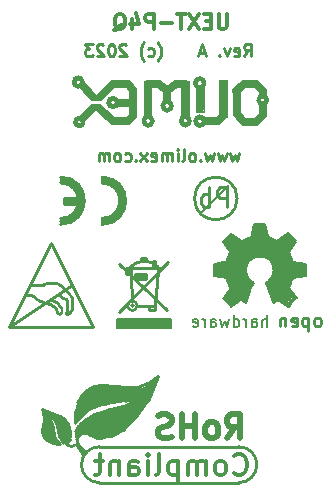
<source format=gbr>
G04 #@! TF.GenerationSoftware,KiCad,Pcbnew,5.1.0-rc2-unknown-036be7d~80~ubuntu16.04.1*
G04 #@! TF.CreationDate,2023-05-22T15:02:47+03:00*
G04 #@! TF.ProjectId,UEXT-P4Q_Rev_A,55455854-2d50-4345-915f-5265765f412e,A*
G04 #@! TF.SameCoordinates,Original*
G04 #@! TF.FileFunction,Legend,Bot*
G04 #@! TF.FilePolarity,Positive*
%FSLAX46Y46*%
G04 Gerber Fmt 4.6, Leading zero omitted, Abs format (unit mm)*
G04 Created by KiCad (PCBNEW 5.1.0-rc2-unknown-036be7d~80~ubuntu16.04.1) date 2023-05-22 15:02:47*
%MOMM*%
%LPD*%
G04 APERTURE LIST*
%ADD10C,0.317500*%
%ADD11C,0.254000*%
%ADD12C,0.300000*%
%ADD13C,0.508000*%
%ADD14C,1.000000*%
%ADD15C,0.150000*%
%ADD16C,0.370000*%
%ADD17C,0.380000*%
%ADD18C,0.400000*%
%ADD19C,0.420000*%
%ADD20C,0.100000*%
%ADD21C,0.700000*%
%ADD22C,0.500000*%
%ADD23C,0.127000*%
%ADD24C,0.200000*%
%ADD25C,0.350000*%
%ADD26C,0.180000*%
G04 APERTURE END LIST*
D10*
X91966142Y-127574523D02*
X91966142Y-128602619D01*
X91905666Y-128723571D01*
X91845190Y-128784047D01*
X91724238Y-128844523D01*
X91482333Y-128844523D01*
X91361380Y-128784047D01*
X91300904Y-128723571D01*
X91240428Y-128602619D01*
X91240428Y-127574523D01*
X90635666Y-128179285D02*
X90212333Y-128179285D01*
X90030904Y-128844523D02*
X90635666Y-128844523D01*
X90635666Y-127574523D01*
X90030904Y-127574523D01*
X89607571Y-127574523D02*
X88760904Y-128844523D01*
X88760904Y-127574523D02*
X89607571Y-128844523D01*
X88458523Y-127574523D02*
X87732809Y-127574523D01*
X88095666Y-128844523D02*
X88095666Y-127574523D01*
X87309476Y-128360714D02*
X86341857Y-128360714D01*
X85737095Y-128844523D02*
X85737095Y-127574523D01*
X85253285Y-127574523D01*
X85132333Y-127635000D01*
X85071857Y-127695476D01*
X85011380Y-127816428D01*
X85011380Y-127997857D01*
X85071857Y-128118809D01*
X85132333Y-128179285D01*
X85253285Y-128239761D01*
X85737095Y-128239761D01*
X83922809Y-127997857D02*
X83922809Y-128844523D01*
X84225190Y-127514047D02*
X84527571Y-128421190D01*
X83741380Y-128421190D01*
X82410904Y-128965476D02*
X82531857Y-128905000D01*
X82652809Y-128784047D01*
X82834238Y-128602619D01*
X82955190Y-128542142D01*
X83076142Y-128542142D01*
X83015666Y-128844523D02*
X83136619Y-128784047D01*
X83257571Y-128663095D01*
X83318047Y-128421190D01*
X83318047Y-127997857D01*
X83257571Y-127755952D01*
X83136619Y-127635000D01*
X83015666Y-127574523D01*
X82773761Y-127574523D01*
X82652809Y-127635000D01*
X82531857Y-127755952D01*
X82471380Y-127997857D01*
X82471380Y-128421190D01*
X82531857Y-128663095D01*
X82652809Y-128784047D01*
X82773761Y-128844523D01*
X83015666Y-128844523D01*
D11*
X92994238Y-139355285D02*
X92800714Y-140032619D01*
X92607190Y-139548809D01*
X92413666Y-140032619D01*
X92220142Y-139355285D01*
X91929857Y-139355285D02*
X91736333Y-140032619D01*
X91542809Y-139548809D01*
X91349285Y-140032619D01*
X91155761Y-139355285D01*
X90865476Y-139355285D02*
X90671952Y-140032619D01*
X90478428Y-139548809D01*
X90284904Y-140032619D01*
X90091380Y-139355285D01*
X89704333Y-139935857D02*
X89655952Y-139984238D01*
X89704333Y-140032619D01*
X89752714Y-139984238D01*
X89704333Y-139935857D01*
X89704333Y-140032619D01*
X89075380Y-140032619D02*
X89172142Y-139984238D01*
X89220523Y-139935857D01*
X89268904Y-139839095D01*
X89268904Y-139548809D01*
X89220523Y-139452047D01*
X89172142Y-139403666D01*
X89075380Y-139355285D01*
X88930238Y-139355285D01*
X88833476Y-139403666D01*
X88785095Y-139452047D01*
X88736714Y-139548809D01*
X88736714Y-139839095D01*
X88785095Y-139935857D01*
X88833476Y-139984238D01*
X88930238Y-140032619D01*
X89075380Y-140032619D01*
X88156142Y-140032619D02*
X88252904Y-139984238D01*
X88301285Y-139887476D01*
X88301285Y-139016619D01*
X87769095Y-140032619D02*
X87769095Y-139355285D01*
X87769095Y-139016619D02*
X87817476Y-139065000D01*
X87769095Y-139113380D01*
X87720714Y-139065000D01*
X87769095Y-139016619D01*
X87769095Y-139113380D01*
X87285285Y-140032619D02*
X87285285Y-139355285D01*
X87285285Y-139452047D02*
X87236904Y-139403666D01*
X87140142Y-139355285D01*
X86995000Y-139355285D01*
X86898238Y-139403666D01*
X86849857Y-139500428D01*
X86849857Y-140032619D01*
X86849857Y-139500428D02*
X86801476Y-139403666D01*
X86704714Y-139355285D01*
X86559571Y-139355285D01*
X86462809Y-139403666D01*
X86414428Y-139500428D01*
X86414428Y-140032619D01*
X85543571Y-139984238D02*
X85640333Y-140032619D01*
X85833857Y-140032619D01*
X85930619Y-139984238D01*
X85979000Y-139887476D01*
X85979000Y-139500428D01*
X85930619Y-139403666D01*
X85833857Y-139355285D01*
X85640333Y-139355285D01*
X85543571Y-139403666D01*
X85495190Y-139500428D01*
X85495190Y-139597190D01*
X85979000Y-139693952D01*
X85156523Y-140032619D02*
X84624333Y-139355285D01*
X85156523Y-139355285D02*
X84624333Y-140032619D01*
X84237285Y-139935857D02*
X84188904Y-139984238D01*
X84237285Y-140032619D01*
X84285666Y-139984238D01*
X84237285Y-139935857D01*
X84237285Y-140032619D01*
X83318047Y-139984238D02*
X83414809Y-140032619D01*
X83608333Y-140032619D01*
X83705095Y-139984238D01*
X83753476Y-139935857D01*
X83801857Y-139839095D01*
X83801857Y-139548809D01*
X83753476Y-139452047D01*
X83705095Y-139403666D01*
X83608333Y-139355285D01*
X83414809Y-139355285D01*
X83318047Y-139403666D01*
X82737476Y-140032619D02*
X82834238Y-139984238D01*
X82882619Y-139935857D01*
X82931000Y-139839095D01*
X82931000Y-139548809D01*
X82882619Y-139452047D01*
X82834238Y-139403666D01*
X82737476Y-139355285D01*
X82592333Y-139355285D01*
X82495571Y-139403666D01*
X82447190Y-139452047D01*
X82398809Y-139548809D01*
X82398809Y-139839095D01*
X82447190Y-139935857D01*
X82495571Y-139984238D01*
X82592333Y-140032619D01*
X82737476Y-140032619D01*
X81963380Y-140032619D02*
X81963380Y-139355285D01*
X81963380Y-139452047D02*
X81915000Y-139403666D01*
X81818238Y-139355285D01*
X81673095Y-139355285D01*
X81576333Y-139403666D01*
X81527952Y-139500428D01*
X81527952Y-140032619D01*
X81527952Y-139500428D02*
X81479571Y-139403666D01*
X81382809Y-139355285D01*
X81237666Y-139355285D01*
X81140904Y-139403666D01*
X81092523Y-139500428D01*
X81092523Y-140032619D01*
X86087857Y-131529666D02*
X86136238Y-131481285D01*
X86233000Y-131336142D01*
X86281380Y-131239380D01*
X86329761Y-131094238D01*
X86378142Y-130852333D01*
X86378142Y-130658809D01*
X86329761Y-130416904D01*
X86281380Y-130271761D01*
X86233000Y-130175000D01*
X86136238Y-130029857D01*
X86087857Y-129981476D01*
X85265380Y-131094238D02*
X85362142Y-131142619D01*
X85555666Y-131142619D01*
X85652428Y-131094238D01*
X85700809Y-131045857D01*
X85749190Y-130949095D01*
X85749190Y-130658809D01*
X85700809Y-130562047D01*
X85652428Y-130513666D01*
X85555666Y-130465285D01*
X85362142Y-130465285D01*
X85265380Y-130513666D01*
X84926714Y-131529666D02*
X84878333Y-131481285D01*
X84781571Y-131336142D01*
X84733190Y-131239380D01*
X84684809Y-131094238D01*
X84636428Y-130852333D01*
X84636428Y-130658809D01*
X84684809Y-130416904D01*
X84733190Y-130271761D01*
X84781571Y-130175000D01*
X84878333Y-130029857D01*
X84926714Y-129981476D01*
X83426904Y-130223380D02*
X83378523Y-130175000D01*
X83281761Y-130126619D01*
X83039857Y-130126619D01*
X82943095Y-130175000D01*
X82894714Y-130223380D01*
X82846333Y-130320142D01*
X82846333Y-130416904D01*
X82894714Y-130562047D01*
X83475285Y-131142619D01*
X82846333Y-131142619D01*
X82217380Y-130126619D02*
X82120619Y-130126619D01*
X82023857Y-130175000D01*
X81975476Y-130223380D01*
X81927095Y-130320142D01*
X81878714Y-130513666D01*
X81878714Y-130755571D01*
X81927095Y-130949095D01*
X81975476Y-131045857D01*
X82023857Y-131094238D01*
X82120619Y-131142619D01*
X82217380Y-131142619D01*
X82314142Y-131094238D01*
X82362523Y-131045857D01*
X82410904Y-130949095D01*
X82459285Y-130755571D01*
X82459285Y-130513666D01*
X82410904Y-130320142D01*
X82362523Y-130223380D01*
X82314142Y-130175000D01*
X82217380Y-130126619D01*
X81491666Y-130223380D02*
X81443285Y-130175000D01*
X81346523Y-130126619D01*
X81104619Y-130126619D01*
X81007857Y-130175000D01*
X80959476Y-130223380D01*
X80911095Y-130320142D01*
X80911095Y-130416904D01*
X80959476Y-130562047D01*
X81540047Y-131142619D01*
X80911095Y-131142619D01*
X80572428Y-130126619D02*
X79943476Y-130126619D01*
X80282142Y-130513666D01*
X80137000Y-130513666D01*
X80040238Y-130562047D01*
X79991857Y-130610428D01*
X79943476Y-130707190D01*
X79943476Y-130949095D01*
X79991857Y-131045857D01*
X80040238Y-131094238D01*
X80137000Y-131142619D01*
X80427285Y-131142619D01*
X80524047Y-131094238D01*
X80572428Y-131045857D01*
X93393380Y-131142619D02*
X93732047Y-130658809D01*
X93973952Y-131142619D02*
X93973952Y-130126619D01*
X93586904Y-130126619D01*
X93490142Y-130175000D01*
X93441761Y-130223380D01*
X93393380Y-130320142D01*
X93393380Y-130465285D01*
X93441761Y-130562047D01*
X93490142Y-130610428D01*
X93586904Y-130658809D01*
X93973952Y-130658809D01*
X92570904Y-131094238D02*
X92667666Y-131142619D01*
X92861190Y-131142619D01*
X92957952Y-131094238D01*
X93006333Y-130997476D01*
X93006333Y-130610428D01*
X92957952Y-130513666D01*
X92861190Y-130465285D01*
X92667666Y-130465285D01*
X92570904Y-130513666D01*
X92522523Y-130610428D01*
X92522523Y-130707190D01*
X93006333Y-130803952D01*
X92183857Y-130465285D02*
X91941952Y-131142619D01*
X91700047Y-130465285D01*
X91313000Y-131045857D02*
X91264619Y-131094238D01*
X91313000Y-131142619D01*
X91361380Y-131094238D01*
X91313000Y-131045857D01*
X91313000Y-131142619D01*
X90103476Y-130852333D02*
X89619666Y-130852333D01*
X90200238Y-131142619D02*
X89861571Y-130126619D01*
X89522904Y-131142619D01*
X77879000Y-145383000D02*
G75*
G03X77879000Y-141383000I0J2000000D01*
G01*
D12*
X77928980Y-145133000D02*
G75*
G03X77929000Y-141633000I-49980J1750000D01*
G01*
D11*
X77879000Y-144883000D02*
G75*
G03X77879000Y-141883000I0J1500000D01*
G01*
D12*
X81428980Y-145133000D02*
G75*
G03X81429000Y-141633000I-49980J1750000D01*
G01*
D11*
X81379000Y-145383000D02*
G75*
G03X81379000Y-141383000I0J2000000D01*
G01*
X81379000Y-144883000D02*
G75*
G03X81379000Y-141883000I0J1500000D01*
G01*
X81379000Y-141383000D02*
X81379000Y-141883000D01*
X81379000Y-144883000D02*
X81379000Y-145383000D01*
X77879000Y-144883000D02*
X77879000Y-145383000D01*
X77879000Y-141383000D02*
X77879000Y-141883000D01*
X79379000Y-143133000D02*
X78129000Y-143133000D01*
X78129000Y-143133000D02*
X78129000Y-143633000D01*
X78129000Y-143633000D02*
X79379000Y-143633000D01*
X78129000Y-143383000D02*
X79379000Y-143383000D01*
X78612556Y-163219371D02*
G75*
G02X78359000Y-163830000I-865696J1511D01*
G01*
X77166020Y-161724180D02*
G75*
G02X77673200Y-162755580I-991420J-1127920D01*
G01*
X78083340Y-163860046D02*
G75*
G02X77673200Y-162763200I1118940J1043506D01*
G01*
X78360788Y-163958791D02*
G75*
G02X78056740Y-163832540I752J431051D01*
G01*
X77794340Y-163952613D02*
G75*
G02X77292200Y-163156900I709440J1003993D01*
G01*
X76912795Y-161818066D02*
G75*
G02X77266800Y-162808920I-1408755J-1061974D01*
G01*
X77445927Y-163958303D02*
G75*
G02X77246480Y-163934140I-1327J824263D01*
G01*
X77244497Y-163933453D02*
G75*
G02X76664820Y-163659820I205183J1185493D01*
G01*
X76640946Y-163637974D02*
G75*
G02X76327000Y-162880040I757934J757934D01*
G01*
X76327283Y-162880487D02*
G75*
G02X76398120Y-162511740I992857J447D01*
G01*
X76462148Y-161577136D02*
G75*
G02X76398120Y-162511740I-1478808J-368184D01*
G01*
X77764000Y-161598511D02*
G75*
G02X78486000Y-162242500I-601340J-1400909D01*
G01*
X78539794Y-162338321D02*
G75*
G02X78740000Y-163093400I-1323794J-755079D01*
G01*
X78741874Y-163093901D02*
G75*
G02X78656180Y-163537900I-1195674J501D01*
G01*
X78785720Y-164212612D02*
G75*
G02X78493620Y-164091620I0J413092D01*
G01*
X79143134Y-164062954D02*
G75*
G02X78785720Y-164211000I-357414J357414D01*
G01*
X79516258Y-164228710D02*
G75*
G02X79248000Y-163576000I653762J650170D01*
G01*
X79753978Y-164846280D02*
G75*
G02X79248000Y-163621720I1228842J1224560D01*
G01*
X83318379Y-160307186D02*
G75*
G02X81975960Y-160522920I-1812319J6992786D01*
G01*
X80194130Y-161096934D02*
G75*
G02X81457800Y-160596580I2134890J-3545866D01*
G01*
X79127641Y-162174765D02*
G75*
G02X80182720Y-161104580I3831299J-2722035D01*
G01*
X79247155Y-163449069D02*
G75*
G02X79367380Y-162511740I762845J378529D01*
G01*
X79538473Y-162323156D02*
G75*
G02X82092800Y-161053780I3654147J-4148444D01*
G01*
X84429541Y-160242778D02*
G75*
G02X82402680Y-160992820I-2631381J3997218D01*
G01*
X79695549Y-164534559D02*
G75*
G02X79248000Y-163449000I1086611J1083019D01*
G01*
X79121760Y-161797243D02*
G75*
G02X79181960Y-161119820I3049780J70363D01*
G01*
X79328736Y-160516585D02*
G75*
G02X81379060Y-159004000I2144304J-760715D01*
G01*
X85242952Y-158859522D02*
G75*
G02X83527900Y-159199580I-1268012J1900222D01*
G01*
X83216933Y-162783013D02*
G75*
G02X81351120Y-163449000I-1738813J1924813D01*
G01*
X85237464Y-160363447D02*
G75*
G02X83256120Y-162745420I-8344044J4925607D01*
G01*
X79524860Y-163172140D02*
G75*
G02X80243680Y-163174680I358140J-360680D01*
G01*
X80835500Y-163451066D02*
G75*
G02X80297020Y-163228020I0J761526D01*
G01*
X81153000Y-167259000D02*
G75*
G02X79629000Y-165735000I0J1524000D01*
G01*
X94488000Y-165735000D02*
G75*
G02X92964000Y-167259000I-1524000J0D01*
G01*
X92964000Y-164211000D02*
G75*
G02X94488000Y-165735000I0J-1524000D01*
G01*
X79629000Y-165735000D02*
G75*
G02X81153000Y-164211000I1524000J0D01*
G01*
X81153000Y-164211000D02*
X92964000Y-164211000D01*
X92964000Y-167259000D02*
X81153000Y-167259000D01*
X80297020Y-163228020D02*
X80243680Y-163174680D01*
X79524860Y-163174680D02*
X79248000Y-163449000D01*
X86106000Y-158242000D02*
X85239860Y-160357820D01*
X83256120Y-162745420D02*
X83220560Y-162780980D01*
X81351120Y-163449000D02*
X80835500Y-163449000D01*
X86106000Y-158242000D02*
X85244940Y-158861760D01*
X83527900Y-159199580D02*
X81379060Y-159004000D01*
X79329280Y-160520380D02*
X79181960Y-161119820D01*
X79123540Y-161798000D02*
X79123540Y-162179000D01*
X79225140Y-163403280D02*
X79248000Y-163449000D01*
X79883000Y-164719000D02*
X79697580Y-164533580D01*
X84711540Y-159893000D02*
X84429600Y-160240980D01*
X82402680Y-160992820D02*
X82092800Y-161053780D01*
X79537560Y-162323780D02*
X79367380Y-162511740D01*
X79123540Y-162179000D02*
X79126080Y-162176460D01*
X80182720Y-161104580D02*
X80190340Y-161099500D01*
X81457800Y-160596580D02*
X81975960Y-160522920D01*
X83324700Y-160307020D02*
X84711540Y-159893000D01*
X79883000Y-164846000D02*
X79375000Y-164084000D01*
X79248000Y-163621720D02*
X79248000Y-163576000D01*
X80010000Y-164719000D02*
X79519780Y-164228780D01*
X79248000Y-163957000D02*
X79143860Y-164063680D01*
X78493620Y-164091620D02*
X78359000Y-163957000D01*
X78359000Y-163957000D02*
X78656180Y-163537900D01*
X78539340Y-162336480D02*
X78486000Y-162242500D01*
X77764640Y-161597340D02*
X77343000Y-161417000D01*
X77343000Y-161417000D02*
X76327000Y-161036000D01*
X76327000Y-161036000D02*
X76461620Y-161574480D01*
X76641960Y-163636960D02*
X76664820Y-163659820D01*
X77444600Y-163957000D02*
X77800200Y-163957000D01*
X78346300Y-163957000D02*
X78359000Y-163957000D01*
X77266800Y-162765740D02*
X77292200Y-163156900D01*
X85725000Y-158750000D02*
X84711540Y-159387540D01*
D13*
X84711540Y-159387540D02*
X83566000Y-159387540D01*
X83566000Y-159387540D02*
X82550000Y-159258000D01*
X82550000Y-159258000D02*
X80899000Y-159258000D01*
X80899000Y-159258000D02*
X80264000Y-159639000D01*
X80264000Y-159639000D02*
X79756000Y-160147000D01*
X79756000Y-160147000D02*
X79502000Y-160655000D01*
X79502000Y-160655000D02*
X79375000Y-161671000D01*
X79375000Y-161671000D02*
X79883000Y-161036000D01*
X79883000Y-161036000D02*
X80518000Y-160655000D01*
X80518000Y-160655000D02*
X80264000Y-160147000D01*
X80264000Y-160147000D02*
X79883000Y-160655000D01*
X80645000Y-160655000D02*
X81280000Y-160274000D01*
X81280000Y-160274000D02*
X81788000Y-160274000D01*
X81788000Y-160274000D02*
X81915000Y-160274000D01*
X81915000Y-160274000D02*
X83058000Y-160147000D01*
X83058000Y-160147000D02*
X84328000Y-159766000D01*
X84328000Y-159766000D02*
X84836000Y-159639000D01*
X84836000Y-159639000D02*
X80264000Y-159639000D01*
X80264000Y-159639000D02*
X80264000Y-159893000D01*
X80264000Y-160147000D02*
X80264000Y-159893000D01*
X80264000Y-159893000D02*
X85217000Y-159816800D01*
X80137000Y-160274000D02*
X81788000Y-160274000D01*
X85725000Y-158750000D02*
X85217000Y-159639000D01*
X85217000Y-159639000D02*
X85090000Y-160147000D01*
X85090000Y-160147000D02*
X84711540Y-160655000D01*
X84711540Y-160655000D02*
X84711540Y-160274000D01*
X84711540Y-160274000D02*
X85090000Y-159387540D01*
X84582000Y-160782000D02*
X84201000Y-161290000D01*
X84201000Y-161290000D02*
X83947000Y-161671000D01*
X83947000Y-161671000D02*
X83058000Y-162560000D01*
X83058000Y-162560000D02*
X82550000Y-162941000D01*
X82550000Y-162941000D02*
X81661000Y-163195000D01*
X81661000Y-163195000D02*
X80772000Y-163195000D01*
X80772000Y-163195000D02*
X80010000Y-162687000D01*
X80010000Y-162687000D02*
X79629000Y-162814000D01*
X79629000Y-162814000D02*
X79375000Y-163068000D01*
X79375000Y-163068000D02*
X79629000Y-162560000D01*
X79629000Y-162560000D02*
X80137000Y-162052000D01*
X80137000Y-162052000D02*
X80822800Y-161645600D01*
X80822800Y-161645600D02*
X82219800Y-161163000D01*
X82219800Y-161163000D02*
X82829400Y-161163000D01*
X82829400Y-161163000D02*
X83566000Y-160909000D01*
X83566000Y-160909000D02*
X84328000Y-160528000D01*
X84201000Y-160909000D02*
X83439000Y-161544000D01*
X83439000Y-161544000D02*
X83312000Y-161417000D01*
X83312000Y-161417000D02*
X83185000Y-161417000D01*
X83185000Y-161417000D02*
X82042000Y-161544000D01*
X82042000Y-161544000D02*
X81026000Y-161798000D01*
X81026000Y-161798000D02*
X80391000Y-162306000D01*
X80391000Y-162306000D02*
X80264000Y-162433000D01*
X80264000Y-162433000D02*
X80391000Y-162687000D01*
X80391000Y-162687000D02*
X80645000Y-162687000D01*
X80645000Y-162687000D02*
X81026000Y-162814000D01*
X81026000Y-162814000D02*
X81661000Y-162814000D01*
X81661000Y-162814000D02*
X82042000Y-162687000D01*
X82042000Y-162687000D02*
X82550000Y-162560000D01*
X82550000Y-162560000D02*
X83185000Y-162052000D01*
X83185000Y-162052000D02*
X83312000Y-161925000D01*
X83312000Y-161925000D02*
X83185000Y-161798000D01*
X83185000Y-161798000D02*
X82677000Y-161798000D01*
X82677000Y-161798000D02*
X81661000Y-162052000D01*
X81661000Y-162052000D02*
X81407000Y-162052000D01*
X81407000Y-162052000D02*
X80899000Y-162306000D01*
X80899000Y-162306000D02*
X80899000Y-162433000D01*
X80899000Y-162433000D02*
X81026000Y-162560000D01*
X81026000Y-162560000D02*
X81407000Y-162433000D01*
X81407000Y-162433000D02*
X82677000Y-162179000D01*
D11*
X78056740Y-163832540D02*
X78084680Y-163860480D01*
X77673200Y-162763200D02*
X77673200Y-162755580D01*
X78613000Y-163217860D02*
X78613000Y-163195000D01*
X78613000Y-163195000D02*
X78613000Y-162941000D01*
X78613000Y-162941000D02*
X78486000Y-162941000D01*
X78486000Y-162941000D02*
X78359000Y-162941000D01*
X78359000Y-162941000D02*
X78359000Y-163576000D01*
X78486000Y-162941000D02*
X78486000Y-163068000D01*
X78486000Y-163068000D02*
X78486000Y-163449000D01*
X78486000Y-163449000D02*
X78486000Y-163576000D01*
X78486000Y-163576000D02*
X78486000Y-163703000D01*
X78359000Y-162941000D02*
X77978000Y-162941000D01*
X77978000Y-162941000D02*
X77724000Y-162941000D01*
X77724000Y-162941000D02*
X78232000Y-163830000D01*
X77978000Y-162941000D02*
X77978000Y-163449000D01*
X78486000Y-163068000D02*
X77851000Y-163068000D01*
X78613000Y-163195000D02*
X77851000Y-163195000D01*
X78613000Y-163322000D02*
X77851000Y-163322000D01*
X78486000Y-163449000D02*
X77851000Y-163449000D01*
X78486000Y-163576000D02*
X77978000Y-163576000D01*
X77724000Y-162814000D02*
X78613000Y-162814000D01*
X77724000Y-162687000D02*
X78613000Y-162687000D01*
X77724000Y-162560000D02*
X78486000Y-162560000D01*
X77724000Y-162433000D02*
X78486000Y-162433000D01*
X77597000Y-162306000D02*
X78486000Y-162306000D01*
X77597000Y-162179000D02*
X78359000Y-162179000D01*
X77470000Y-162052000D02*
X78232000Y-162052000D01*
X77470000Y-161925000D02*
X78105000Y-161925000D01*
X77343000Y-161798000D02*
X77851000Y-161798000D01*
X76581000Y-161671000D02*
X76708000Y-161671000D01*
X76708000Y-161671000D02*
X76835000Y-161671000D01*
X76835000Y-161671000D02*
X77724000Y-161671000D01*
X77343000Y-161544000D02*
X76581000Y-161544000D01*
X77089000Y-161417000D02*
X76454000Y-161417000D01*
X76962000Y-161290000D02*
X76454000Y-161290000D01*
X76835000Y-161671000D02*
X76835000Y-162179000D01*
X76708000Y-161671000D02*
X76708000Y-162179000D01*
X77089000Y-162179000D02*
X76581000Y-162179000D01*
X77089000Y-162306000D02*
X76581000Y-162306000D01*
X77216000Y-162433000D02*
X76581000Y-162433000D01*
X77216000Y-162560000D02*
X76454000Y-162560000D01*
X77216000Y-162687000D02*
X76454000Y-162687000D01*
X77216000Y-162814000D02*
X76454000Y-162814000D01*
X77216000Y-162941000D02*
X76454000Y-162941000D01*
X77216000Y-163068000D02*
X76454000Y-163068000D01*
X77216000Y-163195000D02*
X76454000Y-163195000D01*
X77292200Y-163322000D02*
X76454000Y-163322000D01*
X77343000Y-163449000D02*
X76581000Y-163449000D01*
X77343000Y-163576000D02*
X76708000Y-163576000D01*
X77470000Y-163703000D02*
X76835000Y-163703000D01*
X77597000Y-163830000D02*
X77089000Y-163830000D01*
D14*
X93578680Y-150418800D02*
X93245940Y-151150320D01*
X93578680Y-150510240D02*
X92397580Y-151523700D01*
X93464380Y-150373080D02*
X92847160Y-150700740D01*
X93144340Y-149953980D02*
X92534740Y-150060660D01*
X92308680Y-148795740D02*
X93030040Y-148943060D01*
X92549980Y-148102320D02*
X93205300Y-148468080D01*
X93418660Y-147233640D02*
X93837760Y-147820380D01*
X94005400Y-146982180D02*
X94226380Y-147667980D01*
X95270320Y-146966940D02*
X95102680Y-147576540D01*
X95704660Y-147226020D02*
X95529400Y-147584160D01*
X96702880Y-148003260D02*
X96245680Y-148292820D01*
X96878140Y-148483320D02*
X96436180Y-148643340D01*
X97203260Y-149727920D02*
X96497140Y-149600920D01*
X96954340Y-150373080D02*
X96390460Y-149893020D01*
X96288860Y-151272240D02*
X95923100Y-150510240D01*
X91498420Y-149219920D02*
X92966540Y-149306280D01*
X92489020Y-147035520D02*
X93601540Y-148102320D01*
X94754700Y-145978880D02*
X94749620Y-147492720D01*
X97015300Y-146954240D02*
X95953580Y-148061680D01*
X98000820Y-149240240D02*
X96583500Y-149179280D01*
X96964500Y-151444960D02*
X96111060Y-150423880D01*
D15*
X95948500Y-150014940D02*
X95641160Y-150281640D01*
X96278700Y-147101560D02*
X95295720Y-146608800D01*
X94099380Y-150606760D02*
X94221300Y-150322280D01*
X93962220Y-150152100D02*
X94216220Y-150317200D01*
X95463360Y-150149560D02*
X95237300Y-150324820D01*
X95831660Y-150035260D02*
X95572580Y-150373080D01*
X96055180Y-149814280D02*
X95961200Y-149984460D01*
X96055180Y-149814280D02*
X95961200Y-149984460D01*
X96192340Y-148960840D02*
X96060260Y-149783800D01*
X95768160Y-148224240D02*
X96187260Y-148955760D01*
X94896940Y-147794980D02*
X95768160Y-148224240D01*
X94081600Y-147962620D02*
X94896940Y-147802600D01*
X93571060Y-148391880D02*
X94081600Y-147962620D01*
X93337380Y-149064980D02*
X93571060Y-148391880D01*
X93342460Y-149570440D02*
X93342460Y-149052280D01*
X93718380Y-150281640D02*
X93342460Y-149570440D01*
X93896180Y-150403560D02*
X93718380Y-150281640D01*
X97167700Y-146382740D02*
X96283780Y-147104100D01*
X96923860Y-147736560D02*
X97525840Y-146827240D01*
X96928940Y-147731480D02*
X97315020Y-148729700D01*
X98458020Y-148998940D02*
X97342960Y-148752560D01*
X98315780Y-148943060D02*
X98315780Y-149593300D01*
X93939360Y-150345140D02*
X93411040Y-151726900D01*
X93548200Y-152024080D02*
X93934280Y-151043640D01*
X93019880Y-151696420D02*
X93548200Y-152024080D01*
X92336620Y-152029160D02*
X93157040Y-151500840D01*
X93200220Y-151724360D02*
X92323920Y-152344120D01*
X92313760Y-152339040D02*
X91630500Y-151648160D01*
X91917520Y-151564340D02*
X92402660Y-152095200D01*
X91884500Y-149928580D02*
X92265500Y-150909020D01*
X91988640Y-149961600D02*
X90865960Y-149750780D01*
X90850720Y-148772880D02*
X90853260Y-149730460D01*
X90934540Y-149514560D02*
X92041980Y-149738080D01*
X92237560Y-147744180D02*
X91871800Y-148612860D01*
X91622880Y-146862800D02*
X92326460Y-147853400D01*
X92321380Y-146164300D02*
X91627960Y-146855180D01*
X93337380Y-146839940D02*
X92326460Y-146166840D01*
X94023180Y-146453860D02*
X93218000Y-146791680D01*
X94239080Y-145364200D02*
X94013020Y-146535140D01*
X95204280Y-145364200D02*
X94239080Y-145364200D01*
X95214440Y-145371820D02*
X95415100Y-146397980D01*
X96202500Y-146766280D02*
X95298260Y-146387820D01*
X97137220Y-146118580D02*
X96166940Y-146834860D01*
X97823020Y-146834860D02*
X97149920Y-146121120D01*
X97802700Y-146870420D02*
X97208340Y-147723860D01*
X97541080Y-148554440D02*
X97205800Y-147721320D01*
X98610420Y-148752560D02*
X97439480Y-148549360D01*
X98607880Y-148755100D02*
X98607880Y-149740620D01*
X98607880Y-149748240D02*
X97536000Y-149943820D01*
X97845880Y-151655780D02*
X97248980Y-150792180D01*
X97116900Y-152351740D02*
X97838260Y-151658320D01*
X96283780Y-151780240D02*
X97109280Y-152344120D01*
X96271080Y-151790400D02*
X95925640Y-152011380D01*
X95887540Y-151993600D02*
X95237300Y-150324820D01*
D16*
X92321380Y-152184100D02*
X91767660Y-151638000D01*
X92387420Y-150743920D02*
X91767660Y-151630380D01*
X93510100Y-151810720D02*
X94084140Y-150370540D01*
X93172280Y-151625300D02*
X93510100Y-151810720D01*
X92336620Y-152191720D02*
X93172280Y-151625300D01*
X91981020Y-149832060D02*
X92387420Y-150743920D01*
X90967560Y-149661880D02*
X91981020Y-149832060D01*
X90967560Y-148826220D02*
X90967560Y-149661880D01*
X92049600Y-148597620D02*
X90967560Y-148826220D01*
X92389960Y-147660360D02*
X92049600Y-148597620D01*
X91772740Y-146870420D02*
X92389960Y-147660360D01*
X92326460Y-146321780D02*
X91772740Y-146867880D01*
X93230700Y-146954240D02*
X92326460Y-146319800D01*
X94145100Y-146509740D02*
X93243400Y-146959320D01*
X94358460Y-145491200D02*
X94145100Y-146509740D01*
X95125540Y-145470880D02*
X94340680Y-145470880D01*
X95117920Y-145483580D02*
X95323660Y-146497040D01*
X96222820Y-146923760D02*
X95377000Y-146517360D01*
X97111820Y-146281140D02*
X96283780Y-146933920D01*
D17*
X97660460Y-146839940D02*
X97160080Y-146306540D01*
D16*
X97650300Y-146862800D02*
X97094040Y-147713700D01*
X97421700Y-148630640D02*
X97073720Y-147764500D01*
X98470720Y-148846540D02*
X97452180Y-148666200D01*
D17*
X98458020Y-148859240D02*
X98463100Y-149646640D01*
D16*
X98468180Y-149636480D02*
X97518220Y-149854920D01*
X97490280Y-149877780D02*
X97132140Y-150761700D01*
X97665540Y-151638000D02*
X97132140Y-150804880D01*
D17*
X97680780Y-151638000D02*
X97116900Y-152176480D01*
D18*
X97104200Y-152176480D02*
X96324420Y-151645620D01*
D16*
X96314260Y-151627840D02*
X95996760Y-151833580D01*
D19*
X95968820Y-151813260D02*
X95417640Y-150390860D01*
D16*
X95643700Y-148346160D02*
G75*
G02X95567500Y-150200360I-965200J-889000D01*
G01*
X93692980Y-148518880D02*
G75*
G02X95618300Y-148320760I1061720J-863600D01*
G01*
X94073980Y-150368000D02*
G75*
G02X93703140Y-148503640I746760J1117600D01*
G01*
D20*
X83578700Y-133172200D02*
X82207100Y-133172200D01*
X82207100Y-133172200D02*
X82156300Y-133172200D01*
X82156300Y-133172200D02*
X80899000Y-134416800D01*
X85102700Y-133286500D02*
X85001100Y-133286500D01*
X84950300Y-133223000D02*
X84950300Y-133210300D01*
X84950300Y-133210300D02*
X86245700Y-133210300D01*
X86245700Y-133210300D02*
X86271100Y-133210300D01*
X86271100Y-133210300D02*
X86893400Y-133705600D01*
X84950300Y-136232900D02*
X84950300Y-133223000D01*
X88607900Y-133273800D02*
X88684100Y-133273800D01*
X88760300Y-133210300D02*
X87515700Y-133210300D01*
X87515700Y-133210300D02*
X86931500Y-133692900D01*
X88760300Y-136207500D02*
X88760300Y-133223000D01*
X89496900Y-135801100D02*
X89408000Y-135801100D01*
X89839800Y-135801100D02*
X89903300Y-135801100D01*
X89979500Y-135864600D02*
X89369900Y-135864600D01*
X89369900Y-135864600D02*
X89344500Y-135864600D01*
X89344500Y-135864600D02*
X89344500Y-133845300D01*
X89979500Y-133845300D02*
X89979500Y-135864600D01*
X91478100Y-133235700D02*
X91363800Y-133235700D01*
X91605100Y-133159500D02*
X91300300Y-133159500D01*
X91300300Y-133159500D02*
X91300300Y-136194800D01*
X91782900Y-133248400D02*
X91846400Y-133235700D01*
X91897200Y-133159500D02*
X91909900Y-133159500D01*
X91909900Y-133159500D02*
X91922600Y-133159500D01*
X91922600Y-133159500D02*
X91922600Y-136309100D01*
X91617800Y-133159500D02*
X91897200Y-133159500D01*
D21*
X91617800Y-136232900D02*
X91617800Y-133502400D01*
X85280500Y-133515100D02*
X85280500Y-136118600D01*
X93395800Y-133502400D02*
X94399100Y-133502400D01*
X92773500Y-134112000D02*
X92773500Y-136042400D01*
X94996000Y-134150100D02*
X94996000Y-134391400D01*
X94996000Y-136118600D02*
X94411800Y-136690100D01*
X94983300Y-136131300D02*
X94983300Y-135369300D01*
X94424500Y-136690100D02*
X93383100Y-136690100D01*
D18*
X82655659Y-135077200D02*
G75*
G03X82655659Y-135077200I-359659J0D01*
G01*
D21*
X82804000Y-135077200D02*
X84023200Y-135077200D01*
D18*
X79721735Y-133337300D02*
G75*
G03X79721735Y-133337300I-359435J0D01*
G01*
D21*
X79730600Y-133692900D02*
X80594200Y-134586600D01*
D22*
X81153000Y-134683500D02*
X80594200Y-134683500D01*
D21*
X82270600Y-133502400D02*
X81178400Y-134569200D01*
X83492500Y-133502400D02*
X82270600Y-133502400D01*
X84023200Y-133985000D02*
X83540600Y-133477000D01*
X84023200Y-134010400D02*
X84023200Y-136245600D01*
X84023200Y-136245600D02*
X83591400Y-136677400D01*
X83591400Y-136677400D02*
X82270600Y-136677400D01*
X82270600Y-136677400D02*
X81127600Y-135559800D01*
D22*
X81127600Y-135458200D02*
X80594200Y-135458200D01*
D21*
X79781400Y-136372600D02*
X80619600Y-135559800D01*
D18*
X79780666Y-136728200D02*
G75*
G03X79780666Y-136728200I-329466J0D01*
G01*
X85643729Y-136639300D02*
G75*
G03X85643729Y-136639300I-363229J0D01*
G01*
D21*
X86182200Y-133527800D02*
X85293200Y-133527800D01*
D18*
X87264318Y-135356600D02*
G75*
G03X87264318Y-135356600I-370918J0D01*
G01*
D21*
X86817200Y-134035800D02*
X86182200Y-133527800D01*
X86893400Y-134823200D02*
X86893400Y-134112000D01*
X87604600Y-133527800D02*
X86995000Y-134035800D01*
X88442800Y-133527800D02*
X87604600Y-133527800D01*
X88442800Y-136118600D02*
X88442800Y-133527800D01*
D18*
X88789759Y-136626600D02*
G75*
G03X88789759Y-136626600I-359659J0D01*
G01*
X90022818Y-133426200D02*
G75*
G03X90022818Y-133426200I-373518J0D01*
G01*
D21*
X89662000Y-133959600D02*
X89662000Y-135559800D01*
D18*
X90028324Y-136652000D02*
G75*
G03X90028324Y-136652000I-366324J0D01*
G01*
D21*
X90174800Y-136677400D02*
X91160600Y-136677400D01*
X91160600Y-136677400D02*
X91617800Y-136220200D01*
X92786200Y-136080500D02*
X93345000Y-136664700D01*
X93395800Y-133515100D02*
X92760800Y-134124700D01*
X94996000Y-134099300D02*
X94488000Y-133591300D01*
D18*
X95320747Y-134874000D02*
G75*
G03X95320747Y-134874000I-337447J0D01*
G01*
D15*
X82629000Y-153366000D02*
X82629000Y-154128000D01*
X87201000Y-153366000D02*
X82629000Y-153366000D01*
X87201000Y-154128000D02*
X87201000Y-153366000D01*
X82629000Y-154128000D02*
X87201000Y-154128000D01*
X82679800Y-153416800D02*
X87099400Y-153416800D01*
X87150200Y-153518400D02*
X82679800Y-153518400D01*
X82679800Y-153670800D02*
X87099400Y-153670800D01*
X82679800Y-153823200D02*
X87099400Y-153823200D01*
X87150200Y-153569200D02*
X82730600Y-153569200D01*
X87150200Y-153721600D02*
X82679800Y-153721600D01*
X82730600Y-153924800D02*
X87099400Y-153924800D01*
X87150200Y-154026400D02*
X82730600Y-154026400D01*
D11*
X86995000Y-148590000D02*
X82804000Y-152781000D01*
X86868000Y-152654000D02*
X82804000Y-148717000D01*
X85852000Y-152273000D02*
X84455000Y-152273000D01*
X85852000Y-152273000D02*
X86106000Y-149225000D01*
X86360000Y-149098000D02*
X83439000Y-149098000D01*
X85344000Y-152654000D02*
X85344000Y-152400000D01*
X85852000Y-152654000D02*
X85344000Y-152654000D01*
X85852000Y-152273000D02*
X85852000Y-152654000D01*
X83947000Y-151765000D02*
X83820000Y-149733000D01*
X84348609Y-152273000D02*
G75*
G03X84348609Y-152273000I-401609J0D01*
G01*
X85725000Y-148463000D02*
X85725000Y-148971000D01*
X85852000Y-148463000D02*
X85725000Y-148463000D01*
X85852000Y-148971000D02*
X85852000Y-148463000D01*
X83439000Y-149606000D02*
X83439000Y-149098000D01*
X83820000Y-149606000D02*
X83439000Y-149606000D01*
X83820000Y-149098000D02*
X83820000Y-149606000D01*
X83693000Y-149225000D02*
X83693000Y-149352000D01*
X83693000Y-149098000D02*
X83566000Y-149479000D01*
X83693000Y-149225000D02*
X83693000Y-149352000D01*
X83566000Y-149225000D02*
X83566000Y-149606000D01*
X83693000Y-149225000D02*
X83566000Y-149225000D01*
X83693000Y-149606000D02*
X83693000Y-149225000D01*
X85090000Y-149987000D02*
X85090000Y-149606000D01*
X84201000Y-149987000D02*
X85090000Y-149987000D01*
X84201000Y-149606000D02*
X84201000Y-149987000D01*
X85090000Y-149606000D02*
X84201000Y-149606000D01*
X84963000Y-149733000D02*
X84328000Y-149733000D01*
X84709000Y-148209000D02*
X85090000Y-148209000D01*
X84709000Y-148336000D02*
X84709000Y-148209000D01*
X85090000Y-148336000D02*
X84709000Y-148336000D01*
X85090000Y-148209000D02*
X85090000Y-148336000D01*
D23*
X84074000Y-152273000D02*
G75*
G03X84074000Y-152273000I-127000J0D01*
G01*
D11*
X83820000Y-148971000D02*
G75*
G02X86106000Y-148971000I1143000J-1143000D01*
G01*
X92810437Y-143195040D02*
G75*
G03X92810437Y-143195040I-1802237J0D01*
G01*
D24*
X92168980Y-142031720D02*
X89735660Y-144452340D01*
D11*
X77089000Y-146939000D02*
X80645000Y-154051000D01*
X80645000Y-154051000D02*
X73533000Y-154051000D01*
X73533000Y-154051000D02*
X74866500Y-151384000D01*
X74866500Y-151384000D02*
X75311000Y-150495000D01*
X75311000Y-150495000D02*
X77089000Y-146939000D01*
X78867000Y-150558500D02*
X73533000Y-154051000D01*
X76492100Y-150495000D02*
X75311000Y-150495000D01*
X74866500Y-151384000D02*
X75184000Y-151384000D01*
X77851000Y-152971500D02*
X77698600Y-152971500D01*
X78803500Y-151574500D02*
X78803500Y-152654000D01*
X78359000Y-152971500D02*
X78359000Y-152844500D01*
X78422500Y-152781000D02*
X78422500Y-151765000D01*
X78422500Y-152781000D02*
X78486000Y-152781000D01*
X78486000Y-152781000D02*
G75*
G02X78613000Y-152908000I0J-127000D01*
G01*
X78359000Y-152844500D02*
G75*
G02X78422500Y-152781000I63500J0D01*
G01*
X78420071Y-153037545D02*
G75*
G02X78359000Y-152971500I2429J63505D01*
G01*
X78803500Y-152654000D02*
G75*
G02X78422500Y-153035000I-381000J0D01*
G01*
X78614048Y-151258575D02*
G75*
G02X78803500Y-151574500I-168688J-315925D01*
G01*
X78611549Y-151257142D02*
G75*
G02X78295500Y-150939500I478971J792622D01*
G01*
X78420935Y-151766845D02*
G75*
G02X77724000Y-151320500I153965J1007685D01*
G01*
X77977068Y-152527674D02*
G75*
G02X77978000Y-152844500I-316568J-159346D01*
G01*
X77977967Y-152844600D02*
G75*
G02X77851000Y-152971500I-190467J63600D01*
G01*
X76649275Y-152083493D02*
G75*
G02X77089000Y-152209500I-825195J-3709947D01*
G01*
X77088915Y-152210965D02*
G75*
G02X77660500Y-152971500I-284395J-808795D01*
G01*
X77026708Y-151766166D02*
G75*
G02X77978000Y-152527000I-285688J-1332334D01*
G01*
X76514461Y-152020576D02*
G75*
G02X75692000Y-151574500I147819J1253796D01*
G01*
X75183301Y-151384474D02*
G75*
G02X75692000Y-151574500I64199J-604046D01*
G01*
X76707915Y-150433114D02*
G75*
G02X76492100Y-150495000I-182795J230214D01*
G01*
X76708721Y-150431678D02*
G75*
G02X78295500Y-150939500I466639J-1274902D01*
G01*
D25*
X92521193Y-166420800D02*
X92605860Y-166505466D01*
X92859860Y-166590133D01*
X93029193Y-166590133D01*
X93283193Y-166505466D01*
X93452526Y-166336133D01*
X93537193Y-166166800D01*
X93621860Y-165828133D01*
X93621860Y-165574133D01*
X93537193Y-165235466D01*
X93452526Y-165066133D01*
X93283193Y-164896800D01*
X93029193Y-164812133D01*
X92859860Y-164812133D01*
X92605860Y-164896800D01*
X92521193Y-164981466D01*
X91505193Y-166590133D02*
X91674526Y-166505466D01*
X91759193Y-166420800D01*
X91843860Y-166251466D01*
X91843860Y-165743466D01*
X91759193Y-165574133D01*
X91674526Y-165489466D01*
X91505193Y-165404800D01*
X91251193Y-165404800D01*
X91081860Y-165489466D01*
X90997193Y-165574133D01*
X90912526Y-165743466D01*
X90912526Y-166251466D01*
X90997193Y-166420800D01*
X91081860Y-166505466D01*
X91251193Y-166590133D01*
X91505193Y-166590133D01*
X90150526Y-166590133D02*
X90150526Y-165404800D01*
X90150526Y-165574133D02*
X90065860Y-165489466D01*
X89896526Y-165404800D01*
X89642526Y-165404800D01*
X89473193Y-165489466D01*
X89388526Y-165658800D01*
X89388526Y-166590133D01*
X89388526Y-165658800D02*
X89303860Y-165489466D01*
X89134526Y-165404800D01*
X88880526Y-165404800D01*
X88711193Y-165489466D01*
X88626526Y-165658800D01*
X88626526Y-166590133D01*
X87779860Y-165404800D02*
X87779860Y-167182800D01*
X87779860Y-165489466D02*
X87610526Y-165404800D01*
X87271860Y-165404800D01*
X87102526Y-165489466D01*
X87017860Y-165574133D01*
X86933193Y-165743466D01*
X86933193Y-166251466D01*
X87017860Y-166420800D01*
X87102526Y-166505466D01*
X87271860Y-166590133D01*
X87610526Y-166590133D01*
X87779860Y-166505466D01*
X85917193Y-166590133D02*
X86086526Y-166505466D01*
X86171193Y-166336133D01*
X86171193Y-164812133D01*
X85239860Y-166590133D02*
X85239860Y-165404800D01*
X85239860Y-164812133D02*
X85324526Y-164896800D01*
X85239860Y-164981466D01*
X85155193Y-164896800D01*
X85239860Y-164812133D01*
X85239860Y-164981466D01*
X83631193Y-166590133D02*
X83631193Y-165658800D01*
X83715860Y-165489466D01*
X83885193Y-165404800D01*
X84223860Y-165404800D01*
X84393193Y-165489466D01*
X83631193Y-166505466D02*
X83800526Y-166590133D01*
X84223860Y-166590133D01*
X84393193Y-166505466D01*
X84477860Y-166336133D01*
X84477860Y-166166800D01*
X84393193Y-165997466D01*
X84223860Y-165912800D01*
X83800526Y-165912800D01*
X83631193Y-165828133D01*
X82784526Y-165404800D02*
X82784526Y-166590133D01*
X82784526Y-165574133D02*
X82699860Y-165489466D01*
X82530526Y-165404800D01*
X82276526Y-165404800D01*
X82107193Y-165489466D01*
X82022526Y-165658800D01*
X82022526Y-166590133D01*
X81429860Y-165404800D02*
X80752526Y-165404800D01*
X81175860Y-164812133D02*
X81175860Y-166336133D01*
X81091193Y-166505466D01*
X80921860Y-166590133D01*
X80752526Y-166590133D01*
D22*
X91942634Y-163485081D02*
X92609300Y-162532700D01*
X93085491Y-163485081D02*
X93085491Y-161485081D01*
X92323586Y-161485081D01*
X92133110Y-161580320D01*
X92037872Y-161675558D01*
X91942634Y-161866034D01*
X91942634Y-162151748D01*
X92037872Y-162342224D01*
X92133110Y-162437462D01*
X92323586Y-162532700D01*
X93085491Y-162532700D01*
X90799777Y-163485081D02*
X90990253Y-163389843D01*
X91085491Y-163294605D01*
X91180729Y-163104129D01*
X91180729Y-162532700D01*
X91085491Y-162342224D01*
X90990253Y-162246986D01*
X90799777Y-162151748D01*
X90514062Y-162151748D01*
X90323586Y-162246986D01*
X90228348Y-162342224D01*
X90133110Y-162532700D01*
X90133110Y-163104129D01*
X90228348Y-163294605D01*
X90323586Y-163389843D01*
X90514062Y-163485081D01*
X90799777Y-163485081D01*
X89275967Y-163485081D02*
X89275967Y-161485081D01*
X89275967Y-162437462D02*
X88133110Y-162437462D01*
X88133110Y-163485081D02*
X88133110Y-161485081D01*
X87275967Y-163389843D02*
X86990253Y-163485081D01*
X86514062Y-163485081D01*
X86323586Y-163389843D01*
X86228348Y-163294605D01*
X86133110Y-163104129D01*
X86133110Y-162913653D01*
X86228348Y-162723177D01*
X86323586Y-162627939D01*
X86514062Y-162532700D01*
X86895015Y-162437462D01*
X87085491Y-162342224D01*
X87180729Y-162246986D01*
X87275967Y-162056510D01*
X87275967Y-161866034D01*
X87180729Y-161675558D01*
X87085491Y-161580320D01*
X86895015Y-161485081D01*
X86418824Y-161485081D01*
X86133110Y-161580320D01*
D26*
X95372797Y-154071580D02*
X95372797Y-153071580D01*
X94944225Y-154071580D02*
X94944225Y-153547771D01*
X94991844Y-153452533D01*
X95087082Y-153404914D01*
X95229940Y-153404914D01*
X95325178Y-153452533D01*
X95372797Y-153500152D01*
X94039463Y-154071580D02*
X94039463Y-153547771D01*
X94087082Y-153452533D01*
X94182320Y-153404914D01*
X94372797Y-153404914D01*
X94468035Y-153452533D01*
X94039463Y-154023961D02*
X94134701Y-154071580D01*
X94372797Y-154071580D01*
X94468035Y-154023961D01*
X94515654Y-153928723D01*
X94515654Y-153833485D01*
X94468035Y-153738247D01*
X94372797Y-153690628D01*
X94134701Y-153690628D01*
X94039463Y-153643009D01*
X93563273Y-154071580D02*
X93563273Y-153404914D01*
X93563273Y-153595390D02*
X93515654Y-153500152D01*
X93468035Y-153452533D01*
X93372797Y-153404914D01*
X93277559Y-153404914D01*
X92515654Y-154071580D02*
X92515654Y-153071580D01*
X92515654Y-154023961D02*
X92610892Y-154071580D01*
X92801368Y-154071580D01*
X92896606Y-154023961D01*
X92944225Y-153976342D01*
X92991844Y-153881104D01*
X92991844Y-153595390D01*
X92944225Y-153500152D01*
X92896606Y-153452533D01*
X92801368Y-153404914D01*
X92610892Y-153404914D01*
X92515654Y-153452533D01*
X92134701Y-153404914D02*
X91944225Y-154071580D01*
X91753749Y-153595390D01*
X91563273Y-154071580D01*
X91372797Y-153404914D01*
X90563273Y-154071580D02*
X90563273Y-153547771D01*
X90610892Y-153452533D01*
X90706130Y-153404914D01*
X90896606Y-153404914D01*
X90991844Y-153452533D01*
X90563273Y-154023961D02*
X90658511Y-154071580D01*
X90896606Y-154071580D01*
X90991844Y-154023961D01*
X91039463Y-153928723D01*
X91039463Y-153833485D01*
X90991844Y-153738247D01*
X90896606Y-153690628D01*
X90658511Y-153690628D01*
X90563273Y-153643009D01*
X90087082Y-154071580D02*
X90087082Y-153404914D01*
X90087082Y-153595390D02*
X90039463Y-153500152D01*
X89991844Y-153452533D01*
X89896606Y-153404914D01*
X89801368Y-153404914D01*
X89087082Y-154023961D02*
X89182320Y-154071580D01*
X89372797Y-154071580D01*
X89468035Y-154023961D01*
X89515654Y-153928723D01*
X89515654Y-153547771D01*
X89468035Y-153452533D01*
X89372797Y-153404914D01*
X89182320Y-153404914D01*
X89087082Y-153452533D01*
X89039463Y-153547771D01*
X89039463Y-153643009D01*
X89515654Y-153738247D01*
D11*
X99688298Y-154025379D02*
X99793060Y-153972998D01*
X99845440Y-153920617D01*
X99897821Y-153815855D01*
X99897821Y-153501569D01*
X99845440Y-153396807D01*
X99793060Y-153344426D01*
X99688298Y-153292045D01*
X99531155Y-153292045D01*
X99426393Y-153344426D01*
X99374012Y-153396807D01*
X99321631Y-153501569D01*
X99321631Y-153815855D01*
X99374012Y-153920617D01*
X99426393Y-153972998D01*
X99531155Y-154025379D01*
X99688298Y-154025379D01*
X98850202Y-153292045D02*
X98850202Y-154392045D01*
X98850202Y-153344426D02*
X98745440Y-153292045D01*
X98535917Y-153292045D01*
X98431155Y-153344426D01*
X98378774Y-153396807D01*
X98326393Y-153501569D01*
X98326393Y-153815855D01*
X98378774Y-153920617D01*
X98431155Y-153972998D01*
X98535917Y-154025379D01*
X98745440Y-154025379D01*
X98850202Y-153972998D01*
X97435917Y-153972998D02*
X97540679Y-154025379D01*
X97750202Y-154025379D01*
X97854964Y-153972998D01*
X97907345Y-153868236D01*
X97907345Y-153449188D01*
X97854964Y-153344426D01*
X97750202Y-153292045D01*
X97540679Y-153292045D01*
X97435917Y-153344426D01*
X97383536Y-153449188D01*
X97383536Y-153553950D01*
X97907345Y-153658712D01*
X96912107Y-153292045D02*
X96912107Y-154025379D01*
X96912107Y-153396807D02*
X96859726Y-153344426D01*
X96754964Y-153292045D01*
X96597821Y-153292045D01*
X96493060Y-153344426D01*
X96440679Y-153449188D01*
X96440679Y-154025379D01*
X91962788Y-143943767D02*
X91962788Y-142243767D01*
X91391360Y-142243767D01*
X91248502Y-142324720D01*
X91177074Y-142405672D01*
X91105645Y-142567577D01*
X91105645Y-142810434D01*
X91177074Y-142972339D01*
X91248502Y-143053291D01*
X91391360Y-143134243D01*
X91962788Y-143134243D01*
X90462788Y-143943767D02*
X90462788Y-142243767D01*
X90462788Y-142891386D02*
X90319931Y-142810434D01*
X90034217Y-142810434D01*
X89891360Y-142891386D01*
X89819931Y-142972339D01*
X89748502Y-143134243D01*
X89748502Y-143619958D01*
X89819931Y-143781862D01*
X89891360Y-143862815D01*
X90034217Y-143943767D01*
X90319931Y-143943767D01*
X90462788Y-143862815D01*
M02*

</source>
